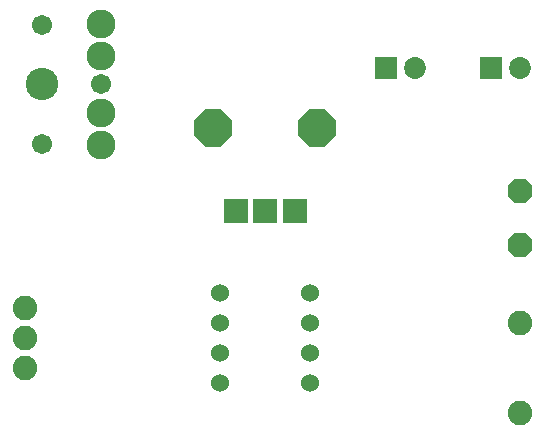
<source format=gbs>
G75*
%MOIN*%
%OFA0B0*%
%FSLAX25Y25*%
%IPPOS*%
%LPD*%
%AMOC8*
5,1,8,0,0,1.08239X$1,22.5*
%
%ADD10C,0.07300*%
%ADD11R,0.07300X0.07300*%
%ADD12C,0.06000*%
%ADD13R,0.08200X0.08200*%
%ADD14OC8,0.12611*%
%ADD15C,0.08200*%
%ADD16OC8,0.08300*%
%ADD17C,0.10800*%
%ADD18C,0.09658*%
%ADD19C,0.06706*%
D10*
X0150921Y0126000D03*
X0185921Y0126000D03*
D11*
X0176079Y0126000D03*
X0141079Y0126000D03*
D12*
X0116000Y0051000D03*
X0116000Y0041000D03*
X0116000Y0031000D03*
X0116000Y0021000D03*
X0086000Y0021000D03*
X0086000Y0031000D03*
X0086000Y0041000D03*
X0086000Y0051000D03*
D13*
X0091157Y0078441D03*
X0101000Y0078441D03*
X0110843Y0078441D03*
D14*
X0118323Y0106000D03*
X0083677Y0106000D03*
D15*
X0021000Y0026000D03*
X0021000Y0036000D03*
X0021000Y0046000D03*
X0186000Y0041000D03*
X0186000Y0011000D03*
D16*
X0186000Y0067000D03*
X0186000Y0085000D03*
D17*
X0026630Y0120606D03*
D18*
X0046315Y0111157D03*
X0046315Y0100528D03*
X0046315Y0130055D03*
X0046315Y0140685D03*
D19*
X0026630Y0140291D03*
X0046315Y0120606D03*
X0026630Y0100921D03*
M02*

</source>
